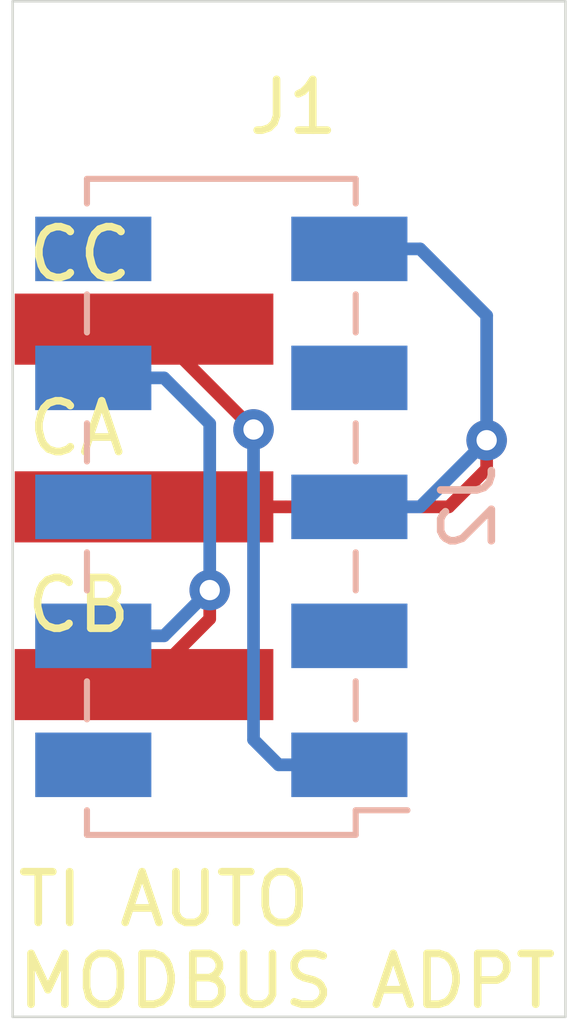
<source format=kicad_pcb>
(kicad_pcb (version 20171130) (host pcbnew "(5.1.5)-3")

  (general
    (thickness 1.6)
    (drawings 5)
    (tracks 24)
    (zones 0)
    (modules 2)
    (nets 9)
  )

  (page A4)
  (layers
    (0 F.Cu signal)
    (31 B.Cu signal)
    (32 B.Adhes user)
    (33 F.Adhes user)
    (34 B.Paste user)
    (35 F.Paste user)
    (36 B.SilkS user)
    (37 F.SilkS user)
    (38 B.Mask user)
    (39 F.Mask user)
    (40 Dwgs.User user)
    (41 Cmts.User user)
    (42 Eco1.User user)
    (43 Eco2.User user)
    (44 Edge.Cuts user)
    (45 Margin user)
    (46 B.CrtYd user)
    (47 F.CrtYd user)
    (48 B.Fab user)
    (49 F.Fab user)
  )

  (setup
    (last_trace_width 0.25)
    (trace_clearance 0.2)
    (zone_clearance 0.508)
    (zone_45_only no)
    (trace_min 0.2)
    (via_size 0.8)
    (via_drill 0.4)
    (via_min_size 0.4)
    (via_min_drill 0.3)
    (uvia_size 0.3)
    (uvia_drill 0.1)
    (uvias_allowed no)
    (uvia_min_size 0.2)
    (uvia_min_drill 0.1)
    (edge_width 0.05)
    (segment_width 0.2)
    (pcb_text_width 0.3)
    (pcb_text_size 1.5 1.5)
    (mod_edge_width 0.12)
    (mod_text_size 1 1)
    (mod_text_width 0.15)
    (pad_size 1.524 1.524)
    (pad_drill 0.762)
    (pad_to_mask_clearance 0.051)
    (solder_mask_min_width 0.25)
    (aux_axis_origin 0 0)
    (visible_elements FFFFFF7F)
    (pcbplotparams
      (layerselection 0x010fc_ffffffff)
      (usegerberextensions false)
      (usegerberattributes false)
      (usegerberadvancedattributes false)
      (creategerberjobfile false)
      (excludeedgelayer true)
      (linewidth 0.100000)
      (plotframeref false)
      (viasonmask false)
      (mode 1)
      (useauxorigin false)
      (hpglpennumber 1)
      (hpglpenspeed 20)
      (hpglpendiameter 15.000000)
      (psnegative false)
      (psa4output false)
      (plotreference true)
      (plotvalue true)
      (plotinvisibletext false)
      (padsonsilk false)
      (subtractmaskfromsilk false)
      (outputformat 1)
      (mirror false)
      (drillshape 0)
      (scaleselection 1)
      (outputdirectory "Gerbers/"))
  )

  (net 0 "")
  (net 1 "Net-(J1-Pad1)")
  (net 2 "Net-(J1-Pad2)")
  (net 3 "Net-(J1-Pad3)")
  (net 4 "Net-(J2-Pad3)")
  (net 5 "Net-(J2-Pad7)")
  (net 6 "Net-(J2-Pad2)")
  (net 7 "Net-(J2-Pad6)")
  (net 8 "Net-(J2-Pad10)")

  (net_class Default "This is the default net class."
    (clearance 0.2)
    (trace_width 0.25)
    (via_dia 0.8)
    (via_drill 0.4)
    (uvia_dia 0.3)
    (uvia_drill 0.1)
    (add_net "Net-(J1-Pad1)")
    (add_net "Net-(J1-Pad2)")
    (add_net "Net-(J1-Pad3)")
    (add_net "Net-(J2-Pad10)")
    (add_net "Net-(J2-Pad2)")
    (add_net "Net-(J2-Pad3)")
    (add_net "Net-(J2-Pad6)")
    (add_net "Net-(J2-Pad7)")
  )

  (module "Modbus Adapter:WURTH_3_PIN_TB_(691508110303)" (layer F.Cu) (tedit 5EE1240E) (tstamp 5EE1C4A0)
    (at 166.3192 85.8318)
    (path /5EE39C1C)
    (fp_text reference J1 (at 5.5372 -0.9958) (layer F.SilkS)
      (effects (font (size 1 1) (thickness 0.15)))
    )
    (fp_text value 691508110303 (at 6.35 16.01) (layer F.Fab) hide
      (effects (font (size 1 1) (thickness 0.15)))
    )
    (fp_line (start 0 0) (end 0 13.85) (layer F.CrtYd) (width 0.12))
    (fp_line (start 0 0) (end 10.9 0) (layer F.CrtYd) (width 0.12))
    (fp_line (start 0 13.85) (end 10.9 13.85) (layer F.CrtYd) (width 0.12))
    (fp_line (start 10.9 0) (end 10.9 13.85) (layer F.CrtYd) (width 0.12))
    (fp_text user CC (at 0.2286 1.905) (layer F.SilkS)
      (effects (font (size 1 1) (thickness 0.15)) (justify left))
    )
    (fp_text user CA (at 0.2286 5.334) (layer F.SilkS)
      (effects (font (size 1 1) (thickness 0.15)) (justify left))
    )
    (fp_text user CB (at 0.2032 8.8138) (layer F.SilkS)
      (effects (font (size 1 1) (thickness 0.15)) (justify left))
    )
    (pad 1 smd rect (at 2.5908 3.3782 270) (size 1.4 5.1) (layers F.Cu F.Paste F.Mask)
      (net 1 "Net-(J1-Pad1)"))
    (pad 2 smd rect (at 2.5908 6.8782 270) (size 1.4 5.1) (layers F.Cu F.Paste F.Mask)
      (net 2 "Net-(J1-Pad2)"))
    (pad 3 smd rect (at 2.5908 10.3782 270) (size 1.4 5.1) (layers F.Cu F.Paste F.Mask)
      (net 3 "Net-(J1-Pad3)"))
  )

  (module Connector_Samtec_HLE_SMD:Samtec_HLE-105-02-xxx-DV_2x05_P2.54mm_Horizontal (layer B.Cu) (tedit 5B5713AE) (tstamp 5EE1C4C8)
    (at 170.434 92.71 90)
    (descr "Samtec HLE .100\" Tiger Beam Cost-effective Single Beam Socket Strip, HLE-105-02-xxx-DV, 5 Pins per row (http://suddendocs.samtec.com/prints/hle-1xx-02-xxx-dv-xx-xx-xx-mkt.pdf, http://suddendocs.samtec.com/prints/hle-dv-footprint.pdf), generated with kicad-footprint-generator")
    (tags "connector Samtec HLE top entry")
    (path /5EE3927D)
    (attr smd)
    (fp_text reference J2 (at 0 4.87 -90) (layer B.SilkS)
      (effects (font (size 1 1) (thickness 0.15)) (justify mirror))
    )
    (fp_text value NPTC052KFMS-RC (at 0 -4.87 -90) (layer B.Fab) hide
      (effects (font (size 1 1) (thickness 0.15)) (justify mirror))
    )
    (fp_line (start -6.35 2.54) (end 6.35 2.54) (layer B.Fab) (width 0.1))
    (fp_line (start 6.35 2.54) (end 6.35 -2.54) (layer B.Fab) (width 0.1))
    (fp_line (start 6.35 -2.54) (end -6.35 -2.54) (layer B.Fab) (width 0.1))
    (fp_line (start -6.35 -2.54) (end -6.35 2.54) (layer B.Fab) (width 0.1))
    (fp_line (start -5.58 2.54) (end -5.08 1.832893) (layer B.Fab) (width 0.1))
    (fp_line (start -5.08 1.832893) (end -4.58 2.54) (layer B.Fab) (width 0.1))
    (fp_line (start -5.975 3.67) (end -5.975 2.65) (layer B.SilkS) (width 0.12))
    (fp_line (start -5.975 2.65) (end -6.46 2.65) (layer B.SilkS) (width 0.12))
    (fp_line (start -6.46 2.65) (end -6.46 -2.65) (layer B.SilkS) (width 0.12))
    (fp_line (start -6.46 -2.65) (end -5.975 -2.65) (layer B.SilkS) (width 0.12))
    (fp_line (start 5.975 2.65) (end 6.46 2.65) (layer B.SilkS) (width 0.12))
    (fp_line (start 6.46 2.65) (end 6.46 -2.65) (layer B.SilkS) (width 0.12))
    (fp_line (start 6.46 -2.65) (end 5.975 -2.65) (layer B.SilkS) (width 0.12))
    (fp_line (start -4.185 2.65) (end -3.435 2.65) (layer B.SilkS) (width 0.12))
    (fp_line (start -4.185 -2.65) (end -3.435 -2.65) (layer B.SilkS) (width 0.12))
    (fp_line (start -1.645 2.65) (end -0.895 2.65) (layer B.SilkS) (width 0.12))
    (fp_line (start -1.645 -2.65) (end -0.895 -2.65) (layer B.SilkS) (width 0.12))
    (fp_line (start 0.895 2.65) (end 1.645 2.65) (layer B.SilkS) (width 0.12))
    (fp_line (start 0.895 -2.65) (end 1.645 -2.65) (layer B.SilkS) (width 0.12))
    (fp_line (start 3.435 2.65) (end 4.185 2.65) (layer B.SilkS) (width 0.12))
    (fp_line (start 3.435 -2.65) (end 4.185 -2.65) (layer B.SilkS) (width 0.12))
    (fp_line (start -6.85 4.17) (end 6.85 4.17) (layer B.CrtYd) (width 0.05))
    (fp_line (start 6.85 4.17) (end 6.85 -4.17) (layer B.CrtYd) (width 0.05))
    (fp_line (start 6.85 -4.17) (end -6.85 -4.17) (layer B.CrtYd) (width 0.05))
    (fp_line (start -6.85 -4.17) (end -6.85 4.17) (layer B.CrtYd) (width 0.05))
    (fp_text user %R (at 0 -1.84 -90) (layer B.Fab)
      (effects (font (size 1 1) (thickness 0.15)) (justify mirror))
    )
    (pad 1 smd rect (at -5.08 2.525 90) (size 1.27 2.29) (layers B.Cu B.Paste B.Mask)
      (net 1 "Net-(J1-Pad1)"))
    (pad 3 smd rect (at -2.54 2.525 90) (size 1.27 2.29) (layers B.Cu B.Paste B.Mask)
      (net 4 "Net-(J2-Pad3)"))
    (pad 5 smd rect (at 0 2.525 90) (size 1.27 2.29) (layers B.Cu B.Paste B.Mask)
      (net 2 "Net-(J1-Pad2)"))
    (pad 7 smd rect (at 2.54 2.525 90) (size 1.27 2.29) (layers B.Cu B.Paste B.Mask)
      (net 5 "Net-(J2-Pad7)"))
    (pad 9 smd rect (at 5.08 2.525 90) (size 1.27 2.29) (layers B.Cu B.Paste B.Mask)
      (net 2 "Net-(J1-Pad2)"))
    (pad 2 smd rect (at -5.08 -2.525 90) (size 1.27 2.29) (layers B.Cu B.Paste B.Mask)
      (net 6 "Net-(J2-Pad2)"))
    (pad 4 smd rect (at -2.54 -2.525 90) (size 1.27 2.29) (layers B.Cu B.Paste B.Mask)
      (net 3 "Net-(J1-Pad3)"))
    (pad 6 smd rect (at 0 -2.525 90) (size 1.27 2.29) (layers B.Cu B.Paste B.Mask)
      (net 7 "Net-(J2-Pad6)"))
    (pad 8 smd rect (at 2.54 -2.525 90) (size 1.27 2.29) (layers B.Cu B.Paste B.Mask)
      (net 3 "Net-(J1-Pad3)"))
    (pad 10 smd rect (at 5.08 -2.525 90) (size 1.27 2.29) (layers B.Cu B.Paste B.Mask)
      (net 8 "Net-(J2-Pad10)"))
    (model ${KISYS3DMOD}/Connector_Samtec_HLE_SMD.3dshapes/Samtec_HLE-105-02-xxx-DV_2x05_P2.54mm_Horizontal.wrl
      (at (xyz 0 0 0))
      (scale (xyz 1 1 1))
      (rotate (xyz 0 0 0))
    )
  )

  (gr_text "TI AUTO\nMODBUS ADPT" (at 166.3446 101.2444) (layer F.SilkS)
    (effects (font (size 1 1) (thickness 0.15)) (justify left))
  )
  (gr_line (start 166.3192 102.7532) (end 177.2192 102.7532) (layer Edge.Cuts) (width 0.05) (tstamp 5EE1C780))
  (gr_line (start 177.2192 82.7532) (end 177.2192 102.7532) (layer Edge.Cuts) (width 0.05) (tstamp 5EE1C77C))
  (gr_line (start 166.3192 82.7532) (end 177.2192 82.7532) (layer Edge.Cuts) (width 0.05))
  (gr_line (start 166.3192 82.7532) (end 166.3192 102.7532) (layer Edge.Cuts) (width 0.05) (tstamp 5EE1C765))

  (segment (start 171.564 97.79) (end 171.069 97.295) (width 0.25) (layer B.Cu) (net 1))
  (segment (start 172.959 97.79) (end 171.564 97.79) (width 0.25) (layer B.Cu) (net 1))
  (via (at 171.069 91.186) (size 0.8) (drill 0.4) (layers F.Cu B.Cu) (net 1))
  (segment (start 171.069 97.295) (end 171.069 91.186) (width 0.25) (layer B.Cu) (net 1))
  (segment (start 169.093 89.21) (end 168.91 89.21) (width 0.25) (layer F.Cu) (net 1))
  (segment (start 171.069 91.186) (end 169.093 89.21) (width 0.25) (layer F.Cu) (net 1))
  (segment (start 174.354 87.63) (end 175.6664 88.9424) (width 0.25) (layer B.Cu) (net 2))
  (segment (start 172.959 87.63) (end 174.354 87.63) (width 0.25) (layer B.Cu) (net 2))
  (segment (start 174.354 92.71) (end 172.959 92.71) (width 0.25) (layer B.Cu) (net 2))
  (segment (start 175.6664 91.3976) (end 174.354 92.71) (width 0.25) (layer B.Cu) (net 2))
  (segment (start 175.6664 88.9424) (end 175.6664 91.3976) (width 0.25) (layer B.Cu) (net 2))
  (via (at 175.6664 91.3976) (size 0.8) (drill 0.4) (layers F.Cu B.Cu) (net 2))
  (segment (start 174.919685 92.71) (end 171.71 92.71) (width 0.25) (layer F.Cu) (net 2))
  (segment (start 171.71 92.71) (end 168.91 92.71) (width 0.25) (layer F.Cu) (net 2))
  (segment (start 175.6664 91.963285) (end 174.919685 92.71) (width 0.25) (layer F.Cu) (net 2))
  (segment (start 175.6664 91.3976) (end 175.6664 91.963285) (width 0.25) (layer F.Cu) (net 2))
  (segment (start 169.304 95.25) (end 167.909 95.25) (width 0.25) (layer B.Cu) (net 3))
  (segment (start 170.2054 94.3486) (end 169.304 95.25) (width 0.25) (layer B.Cu) (net 3))
  (segment (start 170.2054 91.0714) (end 170.2054 94.3486) (width 0.25) (layer B.Cu) (net 3))
  (segment (start 169.304 90.17) (end 170.2054 91.0714) (width 0.25) (layer B.Cu) (net 3))
  (segment (start 167.909 90.17) (end 169.304 90.17) (width 0.25) (layer B.Cu) (net 3))
  (via (at 170.2054 94.3486) (size 0.8) (drill 0.4) (layers F.Cu B.Cu) (net 3))
  (segment (start 170.2054 94.9146) (end 168.91 96.21) (width 0.25) (layer F.Cu) (net 3))
  (segment (start 170.2054 94.3486) (end 170.2054 94.9146) (width 0.25) (layer F.Cu) (net 3))

)

</source>
